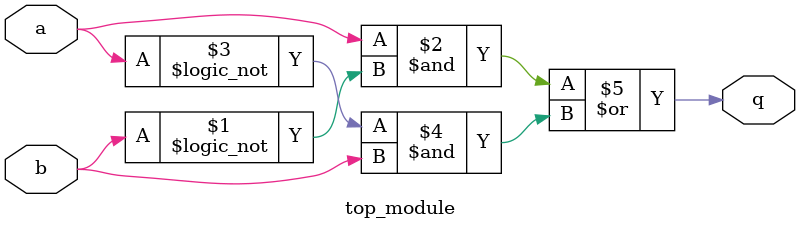
<source format=sv>
module top_module (
  input a, 
  input b, 
  output q
);

  assign q = (a & !b) | (!a & b);

endmodule

</source>
